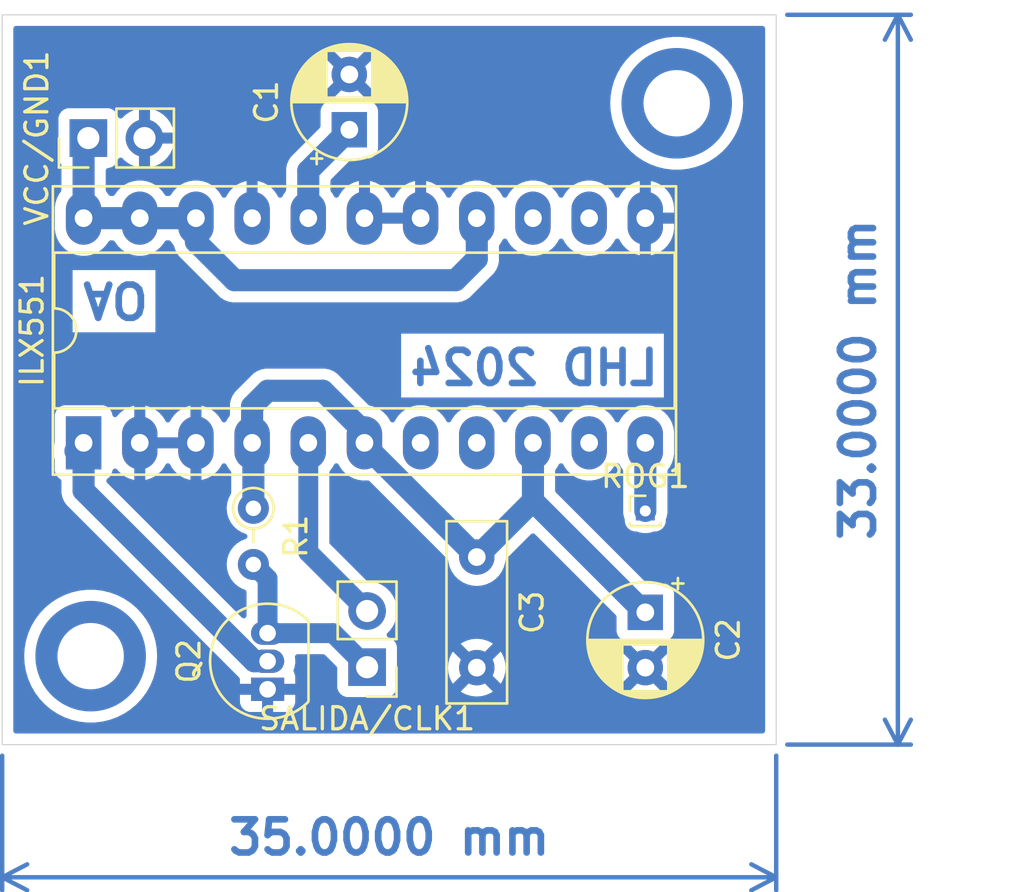
<source format=kicad_pcb>
(kicad_pcb (version 20240108) (generator "pcbnew") (generator_version "8.0")
  (layers (0 "F.Cu" signal) (31 "B.Cu" signal) (34 "B.Paste" user) (35 "F.Paste" user) (36 "B.SilkS" user "B.Silkscreen") (37 "F.SilkS" user "F.Silkscreen") (38 "B.Mask" user) (39 "F.Mask" user) (44 "Edge.Cuts" user))
  (net 0 "")
  (net 1 "GND")
  (net 2 "Net-(ILX551-Vout)")
  (net 3 "Net-(ILX551-VGG)")
  (net 4 "Net-(ILX551-SHSW)")
  (net 9 "Net-(ILX551-fROG)")
  (net 11 "Net-(ILX551-fCLK)")
  (net 12 "Net-(Q2-E)")
  (footprint "Connector_PinHeader_2.54mm:PinHeader_1x02_P2.54mm_Vertical" (layer "F.Cu") (at 106.893921 72.573999 90)
    (property "Reference" "VCC/GND1" (at 0 -2.33 90) (layer "F.SilkS"))
    (property "Value" "Conn_01x02_Pin")
    (fp_line (start -1.33 -1.33) (end 0 -1.33) (stroke (width 0.12)) (layer "F.SilkS"))
    (fp_line (start -1.33 0) (end -1.33 -1.33) (stroke (width 0.12)) (layer "F.SilkS"))
    (fp_line (start 1.33 1.27) (end 1.33 3.87) (stroke (width 0.12)) (layer "F.SilkS"))
    (fp_line (start -1.33 1.27) (end 1.33 1.27) (stroke (width 0.12)) (layer "F.SilkS"))
    (fp_line (start -1.33 1.27) (end -1.33 3.87) (stroke (width 0.12)) (layer "F.SilkS"))
    (fp_line (start -1.33 3.87) (end 1.33 3.87) (stroke (width 0.12)) (layer "F.SilkS"))
    (pad "1" thru_hole rect (at 0 0 90) (size 1.7 1.7) (drill 1) (layers "*.Cu" "*.Mask") (net 4 "Net-(ILX551-SHSW)"))
    (pad "2" thru_hole oval (at 0 2.54 90) (size 1.7 1.7) (drill 1) (layers "*.Cu" "*.Mask") (net 1 "GND"))
  )
  (footprint "Resistor_THT:R_Axial_DIN0204_L3.6mm_D1.6mm_P2.54mm_Vertical" (layer "F.Cu") (at 114.356656 89.31537 -90)
    (property "Reference" "R1" (at 1.27 -1.92 90) (layer "F.SilkS"))
    (property "Value" "R")
    (fp_line (start 0.92 0) (end 1.54 0) (stroke (width 0.12)) (layer "F.SilkS"))
    (fp_circle (center 0 0) (end 0.92 0) (stroke (width 0.12)) (fill none) (layer "F.SilkS"))
    (pad "1" thru_hole circle (at 0 0 270) (size 1.4 1.4) (drill 0.7) (layers "*.Cu" "*.Mask") (net 4 "Net-(ILX551-SHSW)"))
    (pad "2" thru_hole oval (at 2.54 0 270) (size 1.4 1.4) (drill 0.7) (layers "*.Cu" "*.Mask") (net 12 "Net-(Q2-E)"))
  )
  (footprint "Capacitor_THT:CP_Radial_D5.0mm_P2.50mm" (layer "F.Cu") (at 132.08 94.02 -90)
    (property "Reference" "C2" (at 1.25 -3.75 90) (layer "F.SilkS"))
    (property "Value" "22u")
    (fp_line (start 1.49 1.04) (end 1.49 2.569) (stroke (width 0.12)) (layer "F.SilkS"))
    (fp_line (start 1.53 1.04) (end 1.53 2.565) (stroke (width 0.12)) (layer "F.SilkS"))
    (fp_line (start 1.57 1.04) (end 1.57 2.561) (stroke (width 0.12)) (layer "F.SilkS"))
    (fp_line (start 1.61 1.04) (end 1.61 2.556) (stroke (width 0.12)) (layer "F.SilkS"))
    (fp_line (start 1.65 1.04) (end 1.65 2.55) (stroke (width 0.12)) (layer "F.SilkS"))
    (fp_line (start 1.69 1.04) (end 1.69 2.543) (stroke (width 0.12)) (layer "F.SilkS"))
    (fp_line (start 1.73 1.04) (end 1.73 2.536) (stroke (width 0.12)) (layer "F.SilkS"))
    (fp_line (start 1.77 1.04) (end 1.77 2.528) (stroke (width 0.12)) (layer "F.SilkS"))
    (fp_line (start 1.81 1.04) (end 1.81 2.52) (stroke (width 0.12)) (layer "F.SilkS"))
    (fp_line (start 1.85 1.04) (end 1.85 2.511) (stroke (width 0.12)) (layer "F.SilkS"))
    (fp_line (start 1.89 1.04) (end 1.89 2.501) (stroke (width 0.12)) (layer "F.SilkS"))
    (fp_line (start 1.93 1.04) (end 1.93 2.491) (stroke (width 0.12)) (layer "F.SilkS"))
    (fp_line (start 1.971 1.04) (end 1.971 2.48) (stroke (width 0.12)) (layer "F.SilkS"))
    (fp_line (start 2.011 1.04) (end 2.011 2.468) (stroke (width 0.12)) (layer "F.SilkS"))
    (fp_line (start 2.051 1.04) (end 2.051 2.455) (stroke (width 0.12)) (layer "F.SilkS"))
    (fp_line (start 2.091 1.04) (end 2.091 2.442) (stroke (width 0.12)) (layer "F.SilkS"))
    (fp_line (start 2.131 1.04) (end 2.131 2.428) (stroke (width 0.12)) (layer "F.SilkS"))
    (fp_line (start 2.171 1.04) (end 2.171 2.414) (stroke (width 0.12)) (layer "F.SilkS"))
    (fp_line (start 2.211 1.04) (end 2.211 2.398) (stroke (width 0.12)) (layer "F.SilkS"))
    (fp_line (start 2.251 1.04) (end 2.251 2.382) (stroke (width 0.12)) (layer "F.SilkS"))
    (fp_line (start 2.291 1.04) (end 2.291 2.365) (stroke (width 0.12)) (layer "F.SilkS"))
    (fp_line (start 2.331 1.04) (end 2.331 2.348) (stroke (width 0.12)) (layer "F.SilkS"))
    (fp_line (start 2.371 1.04) (end 2.371 2.329) (stroke (width 0.12)) (layer "F.SilkS"))
    (fp_line (start 2.411 1.04) (end 2.411 2.31) (stroke (width 0.12)) (layer "F.SilkS"))
    (fp_line (start 2.451 1.04) (end 2.451 2.29) (stroke (width 0.12)) (layer "F.SilkS"))
    (fp_line (start 2.491 1.04) (end 2.491 2.268) (stroke (width 0.12)) (layer "F.SilkS"))
    (fp_line (start 2.531 1.04) (end 2.531 2.247) (stroke (width 0.12)) (layer "F.SilkS"))
    (fp_line (start 2.571 1.04) (end 2.571 2.224) (stroke (width 0.12)) (layer "F.SilkS"))
    (fp_line (start 2.611 1.04) (end 2.611 2.2) (stroke (width 0.12)) (layer "F.SilkS"))
    (fp_line (start 2.651 1.04) (end 2.651 2.175) (stroke (width 0.12)) (layer "F.SilkS"))
    (fp_line (start 2.691 1.04) (end 2.691 2.149) (stroke (width 0.12)) (layer "F.SilkS"))
    (fp_line (start 2.731 1.04) (end 2.731 2.122) (stroke (width 0.12)) (layer "F.SilkS"))
    (fp_line (start 2.771 1.04) (end 2.771 2.095) (stroke (width 0.12)) (layer "F.SilkS"))
    (fp_line (start 2.811 1.04) (end 2.811 2.065) (stroke (width 0.12)) (layer "F.SilkS"))
    (fp_line (start 2.851 1.04) (end 2.851 2.035) (stroke (width 0.12)) (layer "F.SilkS"))
    (fp_line (start 2.891 1.04) (end 2.891 2.004) (stroke (width 0.12)) (layer "F.SilkS"))
    (fp_line (start 2.931 1.04) (end 2.931 1.971) (stroke (width 0.12)) (layer "F.SilkS"))
    (fp_line (start 2.971 1.04) (end 2.971 1.937) (stroke (width 0.12)) (layer "F.SilkS"))
    (fp_line (start 3.011 1.04) (end 3.011 1.901) (stroke (width 0.12)) (layer "F.SilkS"))
    (fp_line (start 3.051 1.04) (end 3.051 1.864) (stroke (width 0.12)) (layer "F.SilkS"))
    (fp_line (start 3.091 1.04) (end 3.091 1.826) (stroke (width 0.12)) (layer "F.SilkS"))
    (fp_line (start 3.131 1.04) (end 3.131 1.785) (stroke (width 0.12)) (layer "F.SilkS"))
    (fp_line (start 3.171 1.04) (end 3.171 1.743) (stroke (width 0.12)) (layer "F.SilkS"))
    (fp_line (start 3.211 1.04) (end 3.211 1.699) (stroke (width 0.12)) (layer "F.SilkS"))
    (fp_line (start 3.251 1.04) (end 3.251 1.653) (stroke (width 0.12)) (layer "F.SilkS"))
    (fp_line (start 3.291 1.04) (end 3.291 1.605) (stroke (width 0.12)) (layer "F.SilkS"))
    (fp_line (start 3.331 1.04) (end 3.331 1.554) (stroke (width 0.12)) (layer "F.SilkS"))
    (fp_line (start 3.371 1.04) (end 3.371 1.5) (stroke (width 0.12)) (layer "F.SilkS"))
    (fp_line (start 3.411 1.04) (end 3.411 1.443) (stroke (width 0.12)) (layer "F.SilkS"))
    (fp_line (start 3.451 1.04) (end 3.451 1.383) (stroke (width 0.12)) (layer "F.SilkS"))
    (fp_line (start 3.491 1.04) (end 3.491 1.319) (stroke (width 0.12)) (layer "F.SilkS"))
    (fp_line (start 3.531 1.04) (end 3.531 1.251) (stroke (width 0.12)) (layer "F.SilkS"))
    (fp_line (start 3.851 -0.284) (end 3.851 0.284) (stroke (width 0.12)) (layer "F.SilkS"))
    (fp_line (start 3.811 -0.518) (end 3.811 0.518) (stroke (width 0.12)) (layer "F.SilkS"))
    (fp_line (start 3.771 -0.677) (end 3.771 0.677) (stroke (width 0.12)) (layer "F.SilkS"))
    (fp_line (start 3.731 -0.805) (end 3.731 0.805) (stroke (width 0.12)) (layer "F.SilkS"))
    (fp_line (start 3.691 -0.915) (end 3.691 0.915) (stroke (width 0.12)) (layer "F.SilkS"))
    (fp_line (start 3.651 -1.011) (end 3.651 1.011) (stroke (width 0.12)) (layer "F.SilkS"))
    (fp_line (start 3.611 -1.098) (end 3.611 1.098) (stroke (width 0.12)) (layer "F.SilkS"))
    (fp_line (start 3.571 -1.178) (end 3.571 1.178) (stroke (width 0.12)) (layer "F.SilkS"))
    (fp_line (start 3.531 -1.251) (end 3.531 -1.04) (stroke (width 0.12)) (layer "F.SilkS"))
    (fp_line (start 3.491 -1.319) (end 3.491 -1.04) (stroke (width 0.12)) (layer "F.SilkS"))
    (fp_line (start 3.451 -1.383) (end 3.451 -1.04) (stroke (width 0.12)) (layer "F.SilkS"))
    (fp_line (start 3.411 -1.443) (end 3.411 -1.04) (stroke (width 0.12)) (layer "F.SilkS"))
    (fp_line (start -1.554775 -1.475) (end -1.054775 -1.475) (stroke (width 0.12)) (layer "F.SilkS"))
    (fp_line (start 3.371 -1.5) (end 3.371 -1.04) (stroke (width 0.12)) (layer "F.SilkS"))
    (fp_line (start 3.331 -1.554) (end 3.331 -1.04) (stroke (width 0.12)) (layer "F.SilkS"))
    (fp_line (start 3.291 -1.605) (end 3.291 -1.04) (stroke (width 0.12)) (layer "F.SilkS"))
    (fp_line (start 3.251 -1.653) (end 3.251 -1.04) (stroke (width 0.12)) (layer "F.SilkS"))
    (fp_line (start 3.211 -1.699) (end 3.211 -1.04) (stroke (width 0.12)) (layer "F.SilkS"))
    (fp_line (start -1.304775 -1.725) (end -1.304775 -1.225) (stroke (width 0.12)) (layer "F.SilkS"))
    (fp_line (start 3.171 -1.743) (end 3.171 -1.04) (stroke (width 0.12)) (layer "F.SilkS"))
    (fp_line (start 3.131 -1.785) (end 3.131 -1.04) (stroke (width 0.12)) (layer "F.SilkS"))
    (fp_line (start 3.091 -1.826) (end 3.091 -1.04) (stroke (width 0.12)) (layer "F.SilkS"))
    (fp_line (start 3.051 -1.864) (end 3.051 -1.04) (stroke (width 0.12)) (layer "F.SilkS"))
    (fp_line (start 3.011 -1.901) (end 3.011 -1.04) (stroke (width 0.12)) (layer "F.SilkS"))
    (fp_line (start 2.971 -1.937) (end 2.971 -1.04) (stroke (width 0.12)) (layer "F.SilkS"))
    (fp_line (start 2.931 -1.971) (end 2.931 -1.04) (stroke (width 0.12)) (layer "F.SilkS"))
    (fp_line (start 2.891 -2.004) (end 2.891 -1.04) (stroke (width 0.12)) (layer "F.SilkS"))
    (fp_line (start 2.851 -2.035) (end 2.851 -1.04) (stroke (width 0.12)) (layer "F.SilkS"))
    (fp_line (start 2.811 -2.065) (end 2.811 -1.04) (stroke (width 0.12)) (layer "F.SilkS"))
    (fp_line (start 2.771 -2.095) (end 2.771 -1.04) (stroke (width 0.12)) (layer "F.SilkS"))
    (fp_line (start 2.731 -2.122) (end 2.731 -1.04) (stroke (width 0.12)) (layer "F.SilkS"))
    (fp_line (start 2.691 -2.149) (end 2.691 -1.04) (stroke (width 0.12)) (layer "F.SilkS"))
    (fp_line (start 2.651 -2.175) (end 2.651 -1.04) (stroke (width 0.12)) (layer "F.SilkS"))
    (fp_line (start 2.611 -2.2) (end 2.611 -1.04) (stroke (width 0.12)) (layer "F.SilkS"))
    (fp_line (start 2.571 -2.224) (end 2.571 -1.04) (stroke (width 0.12)) (layer "F.SilkS"))
    (fp_line (start 2.531 -2.247) (end 2.531 -1.04) (stroke (width 0.12)) (layer "F.SilkS"))
    (fp_line (start 2.491 -2.268) (end 2.491 -1.04) (stroke (width 0.12)) (layer "F.SilkS"))
    (fp_line (start 2.451 -2.29) (end 2.451 -1.04) (stroke (width 0.12)) (layer "F.SilkS"))
    (fp_line (start 2.411 -2.31) (end 2.411 -1.04) (stroke (width 0.12)) (layer "F.SilkS"))
    (fp_line (start 2.371 -2.329) (end 2.371 -1.04) (stroke (width 0.12)) (layer "F.SilkS"))
    (fp_line (start 2.331 -2.348) (end 2.331 -1.04) (stroke (width 0.12)) (layer "F.SilkS"))
    (fp_line (start 2.291 -2.365) (end 2.291 -1.04) (stroke (width 0.12)) (layer "F.SilkS"))
    (fp_line (start 2.251 -2.382) (end 2.251 -1.04) (stroke (width 0.12)) (layer "F.SilkS"))
    (fp_line (start 2.211 -2.398) (end 2.211 -1.04) (stroke (width 0.12)) (layer "F.SilkS"))
    (fp_line (start 2.171 -2.414) (end 2.171 -1.04) (stroke (width 0.12)) (layer "F.SilkS"))
    (fp_line (start 2.131 -2.428) (end 2.131 -1.04) (stroke (width 0.12)) (layer "F.SilkS"))
    (fp_line (start 2.091 -2.442) (end 2.091 -1.04) (stroke (width 0.12)) (layer "F.SilkS"))
    (fp_line (start 2.051 -2.455) (end 2.051 -1.04) (stroke (width 0.12)) (layer "F.SilkS"))
    (fp_line (start 2.011 -2.468) (end 2.011 -1.04) (stroke (width 0.12)) (layer "F.SilkS"))
    (fp_line (start 1.971 -2.48) (end 1.971 -1.04) (stroke (width 0.12)) (layer "F.SilkS"))
    (fp_line (start 1.93 -2.491) (end 1.93 -1.04) (stroke (width 0.12)) (layer "F.SilkS"))
    (fp_line (start 1.89 -2.501) (end 1.89 -1.04) (stroke (width 0.12)) (layer "F.SilkS"))
    (fp_line (start 1.85 -2.511) (end 1.85 -1.04) (stroke (width 0.12)) (layer "F.SilkS"))
    (fp_line (start 1.81 -2.52) (end 1.81 -1.04) (stroke (width 0.12)) (layer "F.SilkS"))
    (fp_line (start 1.77 -2.528) (end 1.77 -1.04) (stroke (width 0.12)) (layer "F.SilkS"))
    (fp_line (start 1.73 -2.536) (end 1.73 -1.04) (stroke (width 0.12)) (layer "F.SilkS"))
    (fp_line (start 1.69 -2.543) (end 1.69 -1.04) (stroke (width 0.12)) (layer "F.SilkS"))
    (fp_line (start 1.65 -2.55) (end 1.65 -1.04) (stroke (width 0.12)) (layer "F.SilkS"))
    (fp_line (start 1.61 -2.556) (end 1.61 -1.04) (stroke (width 0.12)) (layer "F.SilkS"))
    (fp_line (start 1.57 -2.561) (end 1.57 -1.04) (stroke (width 0.12)) (layer "F.SilkS"))
    (fp_line (start 1.53 -2.565) (end 1.53 -1.04) (stroke (width 0.12)) (layer "F.SilkS"))
    (fp_line (start 1.49 -2.569) (end 1.49 -1.04) (stroke (width 0.12)) (layer "F.SilkS"))
    (fp_line (start 1.45 -2.573) (end 1.45 2.573) (stroke (width 0.12)) (layer "F.SilkS"))
    (fp_line (start 1.41 -2.576) (end 1.41 2.576) (stroke (width 0.12)) (layer "F.SilkS"))
    (fp_line (start 1.37 -2.578) (end 1.37 2.578) (stroke (width 0.12)) (layer "F.SilkS"))
    (fp_line (start 1.33 -2.579) (end 1.33 2.579) (stroke (width 0.12)) (layer "F.SilkS"))
    (fp_line (start 1.25 -2.58) (end 1.25 2.58) (stroke (width 0.12)) (layer "F.SilkS"))
    (fp_line (start 1.29 -2.58) (end 1.29 2.58) (stroke (width 0.12)) (layer "F.SilkS"))
    (fp_circle (center 1.25 0) (end 3.87 0) (stroke (width 0.12)) (fill none) (layer "F.SilkS"))
    (pad "1" thru_hole rect (at 0 0 270) (size 1.6 1.6) (drill 0.8) (layers "*.Cu" "*.Mask") (net 4 "Net-(ILX551-SHSW)"))
    (pad "2" thru_hole circle (at 2.5 0 270) (size 1.6 1.6) (drill 0.8) (layers "*.Cu" "*.Mask") (net 1 "GND"))
  )
  (footprint "Capacitor_THT:CP_Radial_D5.0mm_P2.50mm" (layer "F.Cu") (at 118.695739 72.196806 90)
    (property "Reference" "C1" (at 1.25 -3.75 -90) (layer "F.SilkS"))
    (property "Value" "10u")
    (fp_line (start 1.29 -2.58) (end 1.29 2.58) (stroke (width 0.12)) (layer "F.SilkS"))
    (fp_line (start 1.25 -2.58) (end 1.25 2.58) (stroke (width 0.12)) (layer "F.SilkS"))
    (fp_line (start 1.33 -2.579) (end 1.33 2.579) (stroke (width 0.12)) (layer "F.SilkS"))
    (fp_line (start 1.37 -2.578) (end 1.37 2.578) (stroke (width 0.12)) (layer "F.SilkS"))
    (fp_line (start 1.41 -2.576) (end 1.41 2.576) (stroke (width 0.12)) (layer "F.SilkS"))
    (fp_line (start 1.45 -2.573) (end 1.45 2.573) (stroke (width 0.12)) (layer "F.SilkS"))
    (fp_line (start 1.49 -2.569) (end 1.49 -1.04) (stroke (width 0.12)) (layer "F.SilkS"))
    (fp_line (start 1.53 -2.565) (end 1.53 -1.04) (stroke (width 0.12)) (layer "F.SilkS"))
    (fp_line (start 1.57 -2.561) (end 1.57 -1.04) (stroke (width 0.12)) (layer "F.SilkS"))
    (fp_line (start 1.61 -2.556) (end 1.61 -1.04) (stroke (width 0.12)) (layer "F.SilkS"))
    (fp_line (start 1.65 -2.55) (end 1.65 -1.04) (stroke (width 0.12)) (layer "F.SilkS"))
    (fp_line (start 1.69 -2.543) (end 1.69 -1.04) (stroke (width 0.12)) (layer "F.SilkS"))
    (fp_line (start 1.73 -2.536) (end 1.73 -1.04) (stroke (width 0.12)) (layer "F.SilkS"))
    (fp_line (start 1.77 -2.528) (end 1.77 -1.04) (stroke (width 0.12)) (layer "F.SilkS"))
    (fp_line (start 1.81 -2.52) (end 1.81 -1.04) (stroke (width 0.12)) (layer "F.SilkS"))
    (fp_line (start 1.85 -2.511) (end 1.85 -1.04) (stroke (width 0.12)) (layer "F.SilkS"))
    (fp_line (start 1.89 -2.501) (end 1.89 -1.04) (stroke (width 0.12)) (layer "F.SilkS"))
    (fp_line (start 1.93 -2.491) (end 1.93 -1.04) (stroke (width 0.12)) (layer "F.SilkS"))
    (fp_line (start 1.971 -2.48) (end 1.971 -1.04) (stroke (width 0.12)) (layer "F.SilkS"))
    (fp_line (start 2.011 -2.468) (end 2.011 -1.04) (stroke (width 0.12)) (layer "F.SilkS"))
    (fp_line (start 2.051 -2.455) (end 2.051 -1.04) (stroke (width 0.12)) (layer "F.SilkS"))
    (fp_line (start 2.091 -2.442) (end 2.091 -1.04) (stroke (width 0.12)) (layer "F.SilkS"))
    (fp_line (start 2.131 -2.428) (end 2.131 -1.04) (stroke (width 0.12)) (layer "F.SilkS"))
    (fp_line (start 2.171 -2.414) (end 2.171 -1.04) (stroke (width 0.12)) (layer "F.SilkS"))
    (fp_line (start 2.211 -2.398) (end 2.211 -1.04) (stroke (width 0.12)) (layer "F.SilkS"))
    (fp_line (start 2.251 -2.382) (end 2.251 -1.04) (stroke (width 0.12)) (layer "F.SilkS"))
    (fp_line (start 2.291 -2.365) (end 2.291 -1.04) (stroke (width 0.12)) (layer "F.SilkS"))
    (fp_line (start 2.331 -2.348) (end 2.331 -1.04) (stroke (width 0.12)) (layer "F.SilkS"))
    (fp_line (start 2.371 -2.329) (end 2.371 -1.04) (stroke (width 0.12)) (layer "F.SilkS"))
    (fp_line (start 2.411 -2.31) (end 2.411 -1.04) (stroke (width 0.12)) (layer "F.SilkS"))
    (fp_line (start 2.451 -2.29) (end 2.451 -1.04) (stroke (width 0.12)) (layer "F.SilkS"))
    (fp_line (start 2.491 -2.268) (end 2.491 -1.04) (stroke (width 0.12)) (layer "F.SilkS"))
    (fp_line (start 2.531 -2.247) (end 2.531 -1.04) (stroke (width 0.12)) (layer "F.SilkS"))
    (fp_line (start 2.571 -2.224) (end 2.571 -1.04) (stroke (width 0.12)) (layer "F.SilkS"))
    (fp_line (start 2.611 -2.2) (end 2.611 -1.04) (stroke (width 0.12)) (layer "F.SilkS"))
    (fp_line (start 2.651 -2.175) (end 2.651 -1.04) (stroke (width 0.12)) (layer "F.SilkS"))
    (fp_line (start 2.691 -2.149) (end 2.691 -1.04) (stroke (width 0.12)) (layer "F.SilkS"))
    (fp_line (start 2.731 -2.122) (end 2.731 -1.04) (stroke (width 0.12)) (layer "F.SilkS"))
    (fp_line (start 2.771 -2.095) (end 2.771 -1.04) (stroke (width 0.12)) (layer "F.SilkS"))
    (fp_line (start 2.811 -2.065) (end 2.811 -1.04) (stroke (width 0.12)) (layer "F.SilkS"))
    (fp_line (start 2.851 -2.035) (end 2.851 -1.04) (stroke (width 0.12)) (layer "F.SilkS"))
    (fp_line (start 2.891 -2.004) (end 2.891 -1.04) (stroke (width 0.12)) (layer "F.SilkS"))
    (fp_line (start 2.931 -1.971) (end 2.931 -1.04) (stroke (width 0.12)) (layer "F.SilkS"))
    (fp_line (start 2.971 -1.937) (end 2.971 -1.04) (stroke (width 0.12)) (layer "F.SilkS"))
    (fp_line (start 3.011 -1.901) (end 3.011 -1.04) (stroke (width 0.12)) (layer "F.SilkS"))
    (fp_line (start 3.051 -1.864) (end 3.051 -1.04) (stroke (width 0.12)) (layer "F.SilkS"))
    (fp_line (start 3.091 -1.826) (end 3.091 -1.04) (stroke (width 0.12)) (layer "F.SilkS"))
    (fp_line (start 3.131 -1.785) (end 3.131 -1.04) (stroke (width 0.12)) (layer "F.SilkS"))
    (fp_line (start 3.171 -1.743) (end 3.171 -1.04) (stroke (width 0.12)) (layer "F.SilkS"))
    (fp_line (start -1.304775 -1.725) (end -1.304775 -1.225) (stroke (width 0.12)) (layer "F.SilkS"))
    (fp_line (start 3.211 -1.699) (end 3.211 -1.04) (stroke (width 0.12)) (layer "F.SilkS"))
    (fp_line (start 3.251 -1.653) (end 3.251 -1.04) (stroke (width 0.12)) (layer "F.SilkS"))
    (fp_line (start 3.291 -1.605) (end 3.291 -1.04) (stroke (width 0.12)) (layer "F.SilkS"))
    (fp_line (start 3.331 -1.554) (end 3.331 -1.04) (stroke (width 0.12)) (layer "F.SilkS"))
    (fp_line (start 3.371 -1.5) (end 3.371 -1.04) (stroke (width 0.12)) (layer "F.SilkS"))
    (fp_line (start -1.554775 -1.475) (end -1.054775 -1.475) (stroke (width 0.12)) (layer "F.SilkS"))
    (fp_line (start 3.411 -1.443) (end 3.411 -1.04) (stroke (width 0.12)) (layer "F.SilkS"))
    (fp_line (start 3.451 -1.383) (end 3.451 -1.04) (stroke (width 0.12)) (layer "F.SilkS"))
    (fp_line (start 3.491 -1.319) (end 3.491 -1.04) (stroke (width 0.12)) (layer "F.SilkS"))
    (fp_line (start 3.531 -1.251) (end 3.531 -1.04) (stroke (width 0.12)) (layer "F.SilkS"))
    (fp_line (start 3.571 -1.178) (end 3.571 1.178) (stroke (width 0.12)) (layer "F.SilkS"))
    (fp_line (start 3.611 -1.098) (end 3.611 1.098) (stroke (width 0.12)) (layer "F.SilkS"))
    (fp_line (start 3.651 -1.011) (end 3.651 1.011) (stroke (width 0.12)) (layer "F.SilkS"))
    (fp_line (start 3.691 -0.915) (end 3.691 0.915) (stroke (width 0.12)) (layer "F.SilkS"))
    (fp_line (start 3.731 -0.805) (end 3.731 0.805) (stroke (width 0.12)) (layer "F.SilkS"))
    (fp_line (start 3.771 -0.677) (end 3.771 0.677) (stroke (width 0.12)) (layer "F.SilkS"))
    (fp_line (start 3.811 -0.518) (end 3.811 0.518) (stroke (width 0.12)) (layer "F.SilkS"))
    (fp_line (start 3.851 -0.284) (end 3.851 0.284) (stroke (width 0.12)) (layer "F.SilkS"))
    (fp_line (start 3.531 1.04) (end 3.531 1.251) (stroke (width 0.12)) (layer "F.SilkS"))
    (fp_line (start 3.491 1.04) (end 3.491 1.319) (stroke (width 0.12)) (layer "F.SilkS"))
    (fp_line (start 3.451 1.04) (end 3.451 1.383) (stroke (width 0.12)) (layer "F.SilkS"))
    (fp_line (start 3.411 1.04) (end 3.411 1.443) (stroke (width 0.12)) (layer "F.SilkS"))
    (fp_line (start 3.371 1.04) (end 3.371 1.5) (stroke (width 0.12)) (layer "F.SilkS"))
    (fp_line (start 3.331 1.04) (end 3.331 1.554) (stroke (width 0.12)) (layer "F.SilkS"))
    (fp_line (start 3.291 1.04) (end 3.291 1.605) (stroke (width 0.12)) (layer "F.SilkS"))
    (fp_line (start 3.251 1.04) (end 3.251 1.653) (stroke (width 0.12)) (layer "F.SilkS"))
    (fp_line (start 3.211 1.04) (end 3.211 1.699) (stroke (width 0.12)) (layer "F.SilkS"))
    (fp_line (start 3.171 1.04) (end 3.171 1.743) (stroke (width 0.12)) (layer "F.SilkS"))
    (fp_line (start 3.131 1.04) (end 3.131 1.785) (stroke (width 0.12)) (layer "F.SilkS"))
    (fp_line (start 3.091 1.04) (end 3.091 1.826) (stroke (width 0.12)) (layer "F.SilkS"))
    (fp_line (start 3.051 1.04) (end 3.051 1.864) (stroke (width 0.12)) (layer "F.SilkS"))
    (fp_line (start 3.011 1.04) (end 3.011 1.901) (stroke (width 0.12)) (layer "F.SilkS"))
    (fp_line (start 2.971 1.04) (end 2.971 1.937) (stroke (width 0.12)) (layer "F.SilkS"))
    (fp_line (start 2.931 1.04) (end 2.931 1.971) (stroke (width 0.12)) (layer "F.SilkS"))
    (fp_line (start 2.891 1.04) (end 2.891 2.004) (stroke (width 0.12)) (layer "F.SilkS"))
    (fp_line (start 2.851 1.04) (end 2.851 2.035) (stroke (width 0.12)) (layer "F.SilkS"))
    (fp_line (start 2.811 1.04) (end 2.811 2.065) (stroke (width 0.12)) (layer "F.SilkS"))
    (fp_line (start 2.771 1.04) (end 2.771 2.095) (stroke (width 0.12)) (layer "F.SilkS"))
    (fp_line (start 2.731 1.04) (end 2.731 2.122) (stroke (width 0.12)) (layer "F.SilkS"))
    (fp_line (start 2.691 1.04) (end 2.691 2.149) (stroke (width 0.12)) (layer "F.SilkS"))
    (fp_line (start 2.651 1.04) (end 2.651 2.175) (stroke (width 0.12)) (layer "F.SilkS"))
    (fp_line (start 2.611 1.04) (end 2.611 2.2) (stroke (width 0.12)) (layer "F.SilkS"))
    (fp_line (start 2.571 1.04) (end 2.571 2.224) (stroke (width 0.12)) (layer "F.SilkS"))
    (fp_line (start 2.531 1.04) (end 2.531 2.247) (stroke (width 0.12)) (layer "F.SilkS"))
    (fp_line (start 2.491 1.04) (end 2.491 2.268) (stroke (width 0.12)) (layer "F.SilkS"))
    (fp_line (start 2.451 1.04) (end 2.451 2.29) (stroke (width 0.12)) (layer "F.SilkS"))
    (fp_line (start 2.411 1.04) (end 2.411 2.31) (stroke (width 0.12)) (layer "F.SilkS"))
    (fp_line (start 2.371 1.04) (end 2.371 2.329) (stroke (width 0.12)) (layer "F.SilkS"))
    (fp_line (start 2.331 1.04) (end 2.331 2.348) (stroke (width 0.12)) (layer "F.SilkS"))
    (fp_line (start 2.291 1.04) (end 2.291 2.365) (stroke (width 0.12)) (layer "F.SilkS"))
    (fp_line (start 2.251 1.04) (end 2.251 2.382) (stroke (width 0.12)) (layer "F.SilkS"))
    (fp_line (start 2.211 1.04) (end 2.211 2.398) (stroke (width 0.12)) (layer "F.SilkS"))
    (fp_line (start 2.171 1.04) (end 2.171 2.414) (stroke (width 0.12)) (layer "F.SilkS"))
    (fp_line (start 2.131 1.04) (end 2.131 2.428) (stroke (width 0.12)) (layer "F.SilkS"))
    (fp_line (start 2.091 1.04) (end 2.091 2.442) (stroke (width 0.12)) (layer "F.SilkS"))
    (fp_line (start 2.051 1.04) (end 2.051 2.455) (stroke (width 0.12)) (layer "F.SilkS"))
    (fp_line (start 2.011 1.04) (end 2.011 2.468) (stroke (width 0.12)) (layer "F.SilkS"))
    (fp_line (start 1.971 1.04) (end 1.971 2.48) (stroke (width 0.12)) (layer "F.SilkS"))
    (fp_line (start 1.93 1.04) (end 1.93 2.491) (stroke (width 0.12)) (layer "F.SilkS"))
    (fp_line (start 1.89 1.04) (end 1.89 2.501) (stroke (width 0.12)) (layer "F.SilkS"))
    (fp_line (start 1.85 1.04) (end 1.85 2.511) (stroke (width 0.12)) (layer "F.SilkS"))
    (fp_line (start 1.81 1.04) (end 1.81 2.52) (stroke (width 0.12)) (layer "F.SilkS"))
    (fp_line (start 1.77 1.04) (end 1.77 2.528) (stroke (width 0.12)) (layer "F.SilkS"))
    (fp_line (start 1.73 1.04) (end 1.73 2.536) (stroke (width 0.12)) (layer "F.SilkS"))
    (fp_line (start 1.69 1.04) (end 1.69 2.543) (stroke (width 0.12)) (layer "F.SilkS"))
    (fp_line (start 1.65 1.04) (end 1.65 2.55) (stroke (width 0.12)) (layer "F.SilkS"))
    (fp_line (start 1.61 1.04) (end 1.61 2.556) (stroke (width 0.12)) (layer "F.SilkS"))
    (fp_line (start 1.57 1.04) (end 1.57 2.561) (stroke (width 0.12)) (layer "F.SilkS"))
    (fp_line (start 1.53 1.04) (end 1.53 2.565) (stroke (width 0.12)) (layer "F.SilkS"))
    (fp_line (start 1.49 1.04) (end 1.49 2.569) (stroke (width 0.12)) (layer "F.SilkS"))
    (fp_circle (center 1.25 0) (end 3.87 0) (stroke (width 0.12)) (fill none) (layer "F.SilkS"))
    (pad "1" thru_hole rect (at 0 0 90) (size 1.6 1.6) (drill 0.8) (layers "*.Cu" "*.Mask") (net 3 "Net-(ILX551-VGG)"))
    (pad "2" thru_hole circle (at 2.5 0 90) (size 1.6 1.6) (drill 0.8) (layers "*.Cu" "*.Mask") (net 1 "GND"))
  )
  (footprint "Package_TO_SOT_THT:TO-92_Inline" (layer "F.Cu") (at 115 97.5 90)
    (property "Reference" "Q2" (at 1.27 -3.56 270) (layer "F.SilkS"))
    (property "Value" "BC328")
    (fp_line (start -0.53 1.85) (end 3.07 1.85) (stroke (width 0.12)) (layer "F.SilkS"))
    (fp_arc (start 1.27 -2.6) (mid 3.672087 -0.994977) (end 3.108478 1.838478) (stroke (width 0.12)) (layer "F.SilkS"))
    (fp_arc (start -0.568478 1.838478) (mid -1.132087 -0.994977) (end 1.27 -2.6) (stroke (width 0.12)) (layer "F.SilkS"))
    (pad "1" thru_hole rect (at 0 0 90) (size 1.05 1.5) (drill 0.75) (layers "*.Cu" "*.Mask") (net 1 "GND"))
    (pad "2" thru_hole oval (at 1.27 0 90) (size 1.05 1.5) (drill 0.75) (layers "*.Cu" "*.Mask") (net 2 "Net-(ILX551-Vout)"))
    (pad "3" thru_hole oval (at 2.54 0 90) (size 1.05 1.5) (drill 0.75) (layers "*.Cu" "*.Mask") (net 12 "Net-(Q2-E)"))
  )
  (footprint "Connector_PinHeader_1.00mm:PinHeader_1x01_P1.00mm_Vertical" (layer "F.Cu") (at 132.08 89.434554)
    (property "Reference" "ROG1" (at 0 -1.56 0) (layer "F.SilkS"))
    (property "Value" "Conn_01x01_Pin")
    (fp_line (start -0.695 -0.685) (end 0 -0.685) (stroke (width 0.12)) (layer "F.SilkS"))
    (fp_line (start -0.695 0) (end -0.695 -0.685) (stroke (width 0.12)) (layer "F.SilkS"))
    (fp_line (start -0.695 0.685) (end -0.695 0.56) (stroke (width 0.12)) (layer "F.SilkS"))
    (fp_line (start -0.695 0.685) (end -0.608276 0.685) (stroke (width 0.12)) (layer "F.SilkS"))
    (fp_line (start -0.695 0.685) (end 0.695 0.685) (stroke (width 0.12)) (layer "F.SilkS"))
    (fp_line (start 0.608276 0.685) (end 0.695 0.685) (stroke (width 0.12)) (layer "F.SilkS"))
    (fp_line (start 0.695 0.685) (end 0.695 0.56) (stroke (width 0.12)) (layer "F.SilkS"))
    (pad "1" thru_hole rect (at 0 0) (size 0.85 0.85) (drill 0.5) (layers "*.Cu" "*.Mask") (net 9 "Net-(ILX551-fROG)"))
  )
  (footprint "Connector_PinHeader_2.54mm:PinHeader_1x02_P2.54mm_Vertical" (layer "F.Cu") (at 119.5 96.5 180)
    (property "Reference" "SALIDA/CLK1" (at 0 -2.33 180) (layer "F.SilkS"))
    (property "Value" "Conn_01x02_Pin")
    (fp_line (start 1.33 1.27) (end 1.33 3.87) (stroke (width 0.12)) (layer "F.SilkS"))
    (fp_line (start -1.33 3.87) (end 1.33 3.87) (stroke (width 0.12)) (layer "F.SilkS"))
    (fp_line (start -1.33 1.27) (end 1.33 1.27) (stroke (width 0.12)) (layer "F.SilkS"))
    (fp_line (start -1.33 1.27) (end -1.33 3.87) (stroke (width 0.12)) (layer "F.SilkS"))
    (fp_line (start -1.33 0) (end -1.33 -1.33) (stroke (width 0.12)) (layer "F.SilkS"))
    (fp_line (start -1.33 -1.33) (end 0 -1.33) (stroke (width 0.12)) (layer "F.SilkS"))
    (pad "1" thru_hole rect (at 0 0 180) (size 1.7 1.7) (drill 1) (layers "*.Cu" "*.Mask") (net 12 "Net-(Q2-E)"))
    (pad "2" thru_hole oval (at 0 2.54 180) (size 1.7 1.7) (drill 1) (layers "*.Cu" "*.Mask") (net 11 "Net-(ILX551-fCLK)"))
  )
  (footprint "Capacitor_THT:C_Disc_D8.0mm_W2.5mm_P5.00mm" (layer "F.Cu") (at 124.46 91.52 -90)
    (property "Reference" "C3" (at 2.5 -2.5 90) (layer "F.SilkS"))
    (property "Value" "0.01u")
    (fp_line (start -1.62 1.37) (end 6.62 1.37) (stroke (width 0.12)) (layer "F.SilkS"))
    (fp_line (start -1.62 -1.37) (end -1.62 1.37) (stroke (width 0.12)) (layer "F.SilkS"))
    (fp_line (start -1.62 -1.37) (end 6.62 -1.37) (stroke (width 0.12)) (layer "F.SilkS"))
    (fp_line (start 6.62 -1.37) (end 6.62 1.37) (stroke (width 0.12)) (layer "F.SilkS"))
    (pad "1" thru_hole circle (at 0 0 270) (size 1.6 1.6) (drill 0.8) (layers "*.Cu" "*.Mask") (net 4 "Net-(ILX551-SHSW)"))
    (pad "2" thru_hole circle (at 5 0 270) (size 1.6 1.6) (drill 0.8) (layers "*.Cu" "*.Mask") (net 1 "GND"))
  )
  (footprint "Package_DIP:DIP-22_W10.16mm_Socket_LongPads" (layer "F.Cu") (at 106.68 86.355 90)
    (property "Reference" "ILX551" (at 5.08 -2.33 -90) (layer "F.SilkS"))
    (property "Value" "~")
    (fp_line (start 11.6 -1.39) (end -1.44 -1.39) (stroke (width 0.12)) (layer "F.SilkS"))
    (fp_line (start -1.44 -1.39) (end -1.44 26.79) (stroke (width 0.12)) (layer "F.SilkS"))
    (fp_line (start 8.6 -1.33) (end 6.08 -1.33) (stroke (width 0.12)) (layer "F.SilkS"))
    (fp_line (start 4.08 -1.33) (end 1.56 -1.33) (stroke (width 0.12)) (layer "F.SilkS"))
    (fp_line (start 1.56 -1.33) (end 1.56 26.73) (stroke (width 0.12)) (layer "F.SilkS"))
    (fp_line (start 8.6 26.73) (end 8.6 -1.33) (stroke (width 0.12)) (layer "F.SilkS"))
    (fp_line (start 1.56 26.73) (end 8.6 26.73) (stroke (width 0.12)) (layer "F.SilkS"))
    (fp_line (start 11.6 26.79) (end 11.6 -1.39) (stroke (width 0.12)) (layer "F.SilkS"))
    (fp_line (start -1.44 26.79) (end 11.6 26.79) (stroke (width 0.12)) (layer "F.SilkS"))
    (fp_arc (start 6.08 -1.33) (mid 5.08 -0.33) (end 4.08 -1.33) (stroke (width 0.12)) (layer "F.SilkS"))
    (pad "1" thru_hole rect (at 0 0 90) (size 2.4 1.6) (drill 0.8) (layers "*.Cu" "*.Mask") (net 2 "Net-(ILX551-Vout)"))
    (pad "2" thru_hole oval (at 0 2.54 90) (size 2.4 1.6) (drill 0.8) (layers "*.Cu" "*.Mask") (net 1 "GND"))
    (pad "3" thru_hole oval (at 0 5.08 90) (size 2.4 1.6) (drill 0.8) (layers "*.Cu" "*.Mask") (net 1 "GND"))
    (pad "4" thru_hole oval (at 0 7.62 90) (size 2.4 1.6) (drill 0.8) (layers "*.Cu" "*.Mask") (net 4 "Net-(ILX551-SHSW)"))
    (pad "5" thru_hole oval (at 0 10.16 90) (size 2.4 1.6) (drill 0.8) (layers "*.Cu" "*.Mask") (net 11 "Net-(ILX551-fCLK)"))
    (pad "6" thru_hole oval (at 0 12.7 90) (size 2.4 1.6) (drill 0.8) (layers "*.Cu" "*.Mask") (net 4 "Net-(ILX551-SHSW)"))
    (pad "7" thru_hole oval (at 0 15.24 90) (size 2.4 1.6) (drill 0.8) (layers "*.Cu" "*.Mask"))
    (pad "8" thru_hole oval (at 0 17.78 90) (size 2.4 1.6) (drill 0.8) (layers "*.Cu" "*.Mask"))
    (pad "9" thru_hole oval (at 0 20.32 90) (size 2.4 1.6) (drill 0.8) (layers "*.Cu" "*.Mask") (net 4 "Net-(ILX551-SHSW)"))
    (pad "10" thru_hole oval (at 0 22.86 90) (size 2.4 1.6) (drill 0.8) (layers "*.Cu" "*.Mask"))
    (pad "11" thru_hole oval (at 0 25.4 90) (size 2.4 1.6) (drill 0.8) (layers "*.Cu" "*.Mask") (net 9 "Net-(ILX551-fROG)"))
    (pad "12" thru_hole oval (at 10.16 25.4 90) (size 2.4 1.6) (drill 0.8) (layers "*.Cu" "*.Mask") (net 1 "GND"))
    (pad "13" thru_hole oval (at 10.16 22.86 90) (size 2.4 1.6) (drill 0.8) (layers "*.Cu" "*.Mask"))
    (pad "14" thru_hole oval (at 10.16 20.32 90) (size 2.4 1.6) (drill 0.8) (layers "*.Cu" "*.Mask"))
    (pad "15" thru_hole oval (at 10.16 17.78 90) (size 2.4 1.6) (drill 0.8) (layers "*.Cu" "*.Mask") (net 4 "Net-(ILX551-SHSW)"))
    (pad "16" thru_hole oval (at 10.16 15.24 90) (size 2.4 1.6) (drill 0.8) (layers "*.Cu" "*.Mask") (net 1 "GND"))
    (pad "17" thru_hole oval (at 10.16 12.7 90) (size 2.4 1.6) (drill 0.8) (layers "*.Cu" "*.Mask") (net 1 "GND"))
    (pad "18" thru_hole oval (at 10.16 10.16 90) (size 2.4 1.6) (drill 0.8) (layers "*.Cu" "*.Mask") (net 3 "Net-(ILX551-VGG)"))
    (pad "19" thru_hole oval (at 10.16 7.62 90) (size 2.4 1.6) (drill 0.8) (layers "*.Cu" "*.Mask") (net 1 "GND"))
    (pad "20" thru_hole oval (at 10.16 5.08 90) (size 2.4 1.6) (drill 0.8) (layers "*.Cu" "*.Mask") (net 4 "Net-(ILX551-SHSW)"))
    (pad "21" thru_hole oval (at 10.16 2.54 90) (size 2.4 1.6) (drill 0.8) (layers "*.Cu" "*.Mask") (net 4 "Net-(ILX551-SHSW)"))
    (pad "22" thru_hole oval (at 10.16 0 90) (size 2.4 1.6) (drill 0.8) (layers "*.Cu" "*.Mask") (net 4 "Net-(ILX551-SHSW)"))
  )
  (gr_circle (center 107 96) (end 109 96) (stroke (width 1)) (fill none) (layer "B.Cu"))
  (gr_circle (center 133.5 71) (end 135.5 71) (stroke (width 1)) (fill none) (layer "B.Cu"))
  (gr_rect (start 103 67) (end 138 100) (stroke (width 0.05)) (fill none) (layer "Edge.Cuts"))
  (gr_text "AO" (at 106.5 79 180) (layer "B.Cu") (effects (font (size 1.5 1.5) (thickness 0.3) (bold yes)) (justify left bottom mirror)))
  (gr_text "LHD 2024" (at 132.819346 83.845519 0) (layer "B.Cu") (effects (font (size 1.5 1.5) (thickness 0.3) (bold yes)) (justify left bottom mirror)))
  (dimension (type aligned) (layer "B.Cu") (pts (xy 103 100) (xy 138 100)) (height 6) (gr_text "35.0000 mm" (at 120.5 104.2 0) (layer "B.Cu") (effects (font (size 1.5 1.5) (thickness 0.3)))) (format (prefix "") (suffix "") (units 3) (units_format 1) (precision 4)) (style (thickness 0.2) (arrow_length 1.27) (text_position_mode 0) (extension_height 0.58642) (extension_offset 0.5) keep_text_aligned))
  (dimension (type aligned) (layer "B.Cu") (pts (xy 138 100) (xy 138 67)) (height 5.5) (gr_text "33.0000 mm" (at 141.7 83.5 90) (layer "B.Cu") (effects (font (size 1.5 1.5) (thickness 0.3)))) (format (prefix "") (suffix "") (units 3) (units_format 1) (precision 4)) (style (thickness 0.2) (arrow_length 1.27) (text_position_mode 0) (extension_height 0.58642) (extension_offset 0.5) keep_text_aligned))
  (segment (start 115 96.23) (end 114.395 96.23) (width 1) (layer "B.Cu") (net 2))
  (segment (start 114.395 96.23) (end 106.68 88.515) (width 1) (layer "B.Cu") (net 2))
  (segment (start 106.68 86.355) (end 106.31 86.725) (width 1) (layer "B.Cu") (net 2))
  (segment (start 106.68 88.515) (end 106.68 86.355) (width 1) (layer "B.Cu") (net 2))
  (segment (start 116.84 76.195) (end 116.84 74.052545) (width 1) (layer "B.Cu") (net 3))
  (segment (start 116.84 74.052545) (end 118.695739 72.196806) (width 1) (layer "B.Cu") (net 3))
  (segment (start 124.46 91.52) (end 119.38 86.44) (width 1) (layer "B.Cu") (net 4))
  (segment (start 114.3 86.355) (end 114.3 84.7) (width 1) (layer "B.Cu") (net 4))
  (segment (start 132.04 94.02) (end 127 88.98) (width 1) (layer "B.Cu") (net 4))
  (segment (start 124.46 78.04) (end 124.46 76.195) (width 1) (layer "B.Cu") (net 4))
  (segment (start 106.68 72.78792) (end 106.893921 72.573999) (width 1) (layer "B.Cu") (net 4))
  (segment (start 127 88.98) (end 124.46 91.52) (width 1) (layer "B.Cu") (net 4))
  (segment (start 123.5 79) (end 124.46 78.04) (width 1) (layer "B.Cu") (net 4))
  (segment (start 119.38 85.88) (end 119.38 86.355) (width 1) (layer "B.Cu") (net 4))
  (segment (start 109.22 76.195) (end 109.22 76.2) (width 1) (layer "B.Cu") (net 4))
  (segment (start 114.3 84.7) (end 115 84) (width 1) (layer "B.Cu") (net 4))
  (segment (start 109.22 76.195) (end 111.76 76.195) (width 1) (layer "B.Cu") (net 4))
  (segment (start 114.356656 86.411656) (end 114.3 86.355) (width 1) (layer "B.Cu") (net 4))
  (segment (start 119.38 86.44) (end 119.38 86.355) (width 1) (layer "B.Cu") (net 4))
  (segment (start 111.76 77.26) (end 113.5 79) (width 1) (layer "B.Cu") (net 4))
  (segment (start 106.548024 76.063024) (end 106.68 76.195) (width 1) (layer "B.Cu") (net 4))
  (segment (start 132.08 94.02) (end 132.04 94.02) (width 1) (layer "B.Cu") (net 4))
  (segment (start 111.76 76.195) (end 111.76 77.26) (width 1) (layer "B.Cu") (net 4))
  (segment (start 109.225 76.195) (end 106.68 76.195) (width 1) (layer "B.Cu") (net 4))
  (segment (start 127 86.355) (end 127 88.98) (width 1) (layer "B.Cu") (net 4))
  (segment (start 113.5 79) (end 123.5 79) (width 1) (layer "B.Cu") (net 4))
  (segment (start 117.5 84) (end 119.38 85.88) (width 1) (layer "B.Cu") (net 4))
  (segment (start 114.356656 89.31537) (end 114.356656 86.411656) (width 1) (layer "B.Cu") (net 4))
  (segment (start 115 84) (end 117.5 84) (width 1) (layer "B.Cu") (net 4))
  (segment (start 106.68 76.195) (end 106.68 72.78792) (width 1) (layer "B.Cu") (net 4))
  (segment (start 132.08 89.434554) (end 132.08 86.355) (width 1) (layer "B.Cu") (net 9))
  (segment (start 116.84 91.3) (end 119.5 93.96) (width 0.9) (layer "B.Cu") (net 11))
  (segment (start 116.84 86.355) (end 116.84 91.3) (width 0.9) (layer "B.Cu") (net 11))
  (segment (start 117.96 94.96) (end 119.5 96.5) (width 0.9) (layer "B.Cu") (net 12))
  (segment (start 115 94.96) (end 117.96 94.96) (width 0.9) (layer "B.Cu") (net 12))
  (segment (start 115 92.498714) (end 114.356656 91.85537) (width 0.9) (layer "B.Cu") (net 12))
  (segment (start 115 94.96) (end 115 92.498714) (width 0.9) (layer "B.Cu") (net 12))
  (zone (net 1) (net_name "GND") (layer "B.Cu") (connect_pads (clearance 0.5)) (min_thickness 0.25) (fill yes (thermal_gap 0.5) (thermal_bridge_width 0.5))
    (polygon (pts (xy 103 100) (xy 103 67) (xy 138 67) (xy 138 100)))
  )
)
</source>
